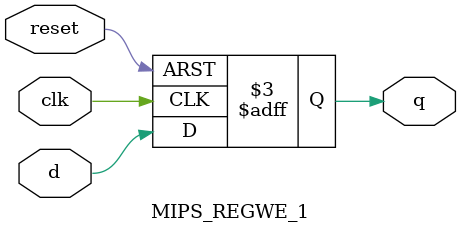
<source format=sv>
module MIPS_REGWE_1(input logic d, reset, clk,
						output logic q);
						
						
	always @(posedge clk or posedge reset) begin
		if(reset == 1) begin
			q <= 0;
		end
		else begin
			q <= d;
		end
	end
endmodule

		

</source>
